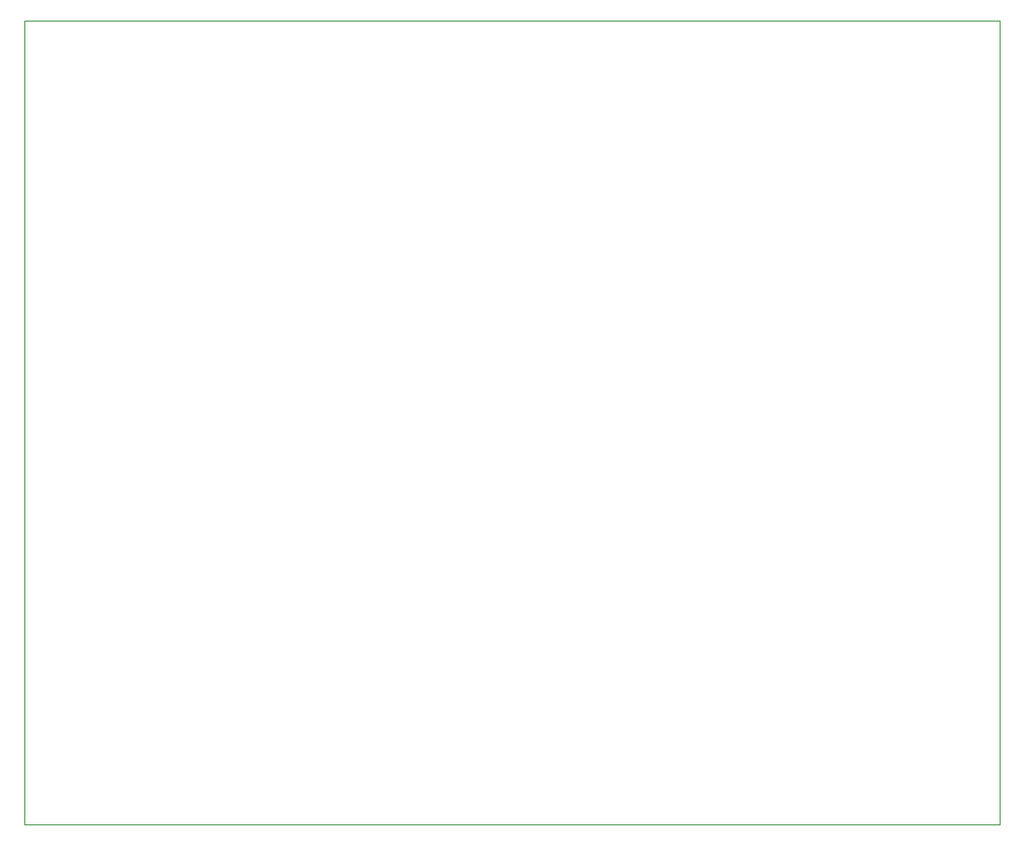
<source format=gbr>
%TF.GenerationSoftware,KiCad,Pcbnew,8.0.6-8.0.6-0~ubuntu24.04.1*%
%TF.CreationDate,2025-07-04T19:00:08-04:00*%
%TF.ProjectId,meshbot_kicad,6d657368-626f-4745-9f6b-696361642e6b,rev?*%
%TF.SameCoordinates,Original*%
%TF.FileFunction,Profile,NP*%
%FSLAX46Y46*%
G04 Gerber Fmt 4.6, Leading zero omitted, Abs format (unit mm)*
G04 Created by KiCad (PCBNEW 8.0.6-8.0.6-0~ubuntu24.04.1) date 2025-07-04 19:00:08*
%MOMM*%
%LPD*%
G01*
G04 APERTURE LIST*
%TA.AperFunction,Profile*%
%ADD10C,0.050000*%
%TD*%
G04 APERTURE END LIST*
D10*
X101100000Y-39200000D02*
X189100000Y-39200000D01*
X189100000Y-111900000D01*
X101100000Y-111900000D01*
X101100000Y-39200000D01*
M02*

</source>
